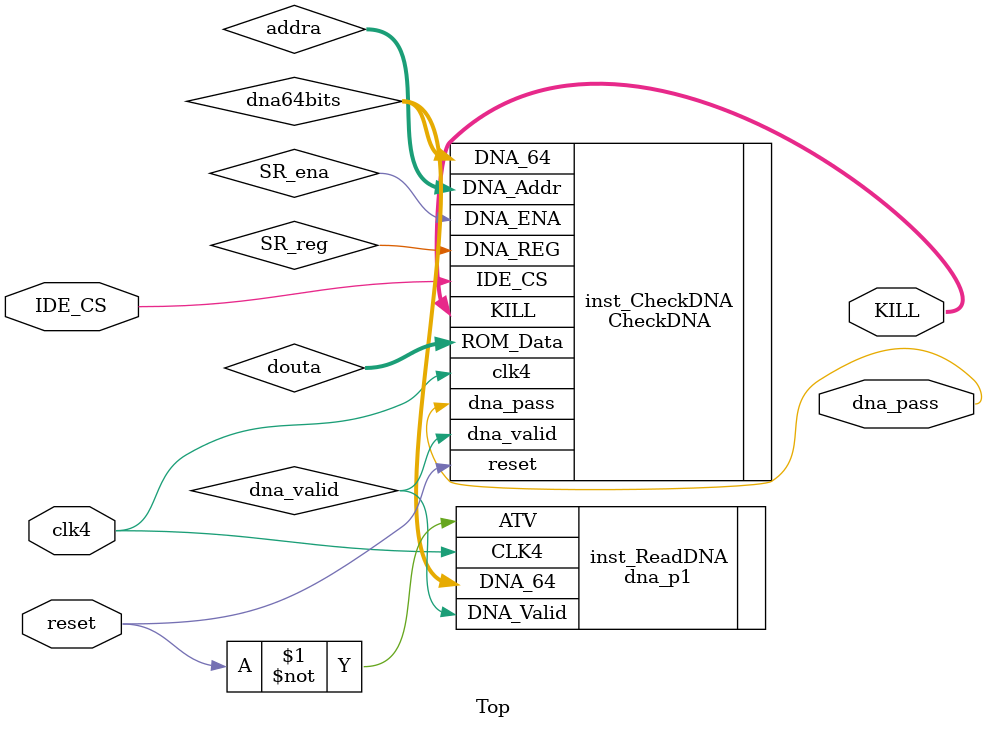
<source format=v>
`timescale 1ns / 1ps
module  Top(
	input				reset,
	input				clk4,
	input				IDE_CS,
	output			dna_pass,
	output [3:0]	KILL
);


wire [63:0] dna64bits;
wire dna_valid;

wire	SR_ena;
wire 	SR_reg;

wire [9:0] addra;
wire [15:0] douta;

// constant holder for RAM implementation
// begin
//wire [15:0] dina;
//wire wea;
// end of constant holder

dna_p1 inst_ReadDNA(
	.ATV(~reset),				// Active and arm signal
   .CLK4(clk4),					// very fast clock
   .DNA_64(dna64bits),		// 64 bit DNA code with check bits
   .DNA_Valid(dna_valid)	// the code now is valid
);
	 
CheckDNA inst_CheckDNA (
	.clk4			(clk4),
	.reset		(reset),
	.DNA_64		(dna64bits),			// The DNA code
	.dna_valid	(dna_valid),

	.ROM_Data	(douta),					// ROM data
	.IDE_CS		(IDE_CS),				// chip select
	.DNA_ENA		(SR_ena),				// the enable signal to reduce power consumption
	.DNA_REG		(SR_reg),				// enable output register for faster RAM access
	.DNA_Addr	(addra),					// RAM address

	.dna_pass	(dna_pass),				// result of check
	.KILL			(KILL)						// Killing signals
);

// Inst as block ROM
// begin
//RAM inst_RAM (
//	.clka(clk4),
//	.addra(addra),
//	.ena(SR_ena),					// 1 serial register
//	.regcea(SR_reg),
//	.douta(douta));
// end of block ROM

// Inst as block RAM
// begin
//RAM inst_RAM (
//	.clka(clk4),
//	.ena(SR_ena),
//	.regcea(SR_reg),
//	.wea(wea), // Bus [0 : 0] 
//	.addra(addra), // Bus [9 : 0] 
//	.dina(douta), // Bus [15 : 0] 
//	.douta(douta)); // Bus [15 : 0] 

//assign dina = 16'b0000_0000_0000_0000;	// no dangling pins
//assign wea = 1'b0;				// no writing
// end of block RAM
endmodule			
			
			
			
			
			
		
		
		
		
	

</source>
